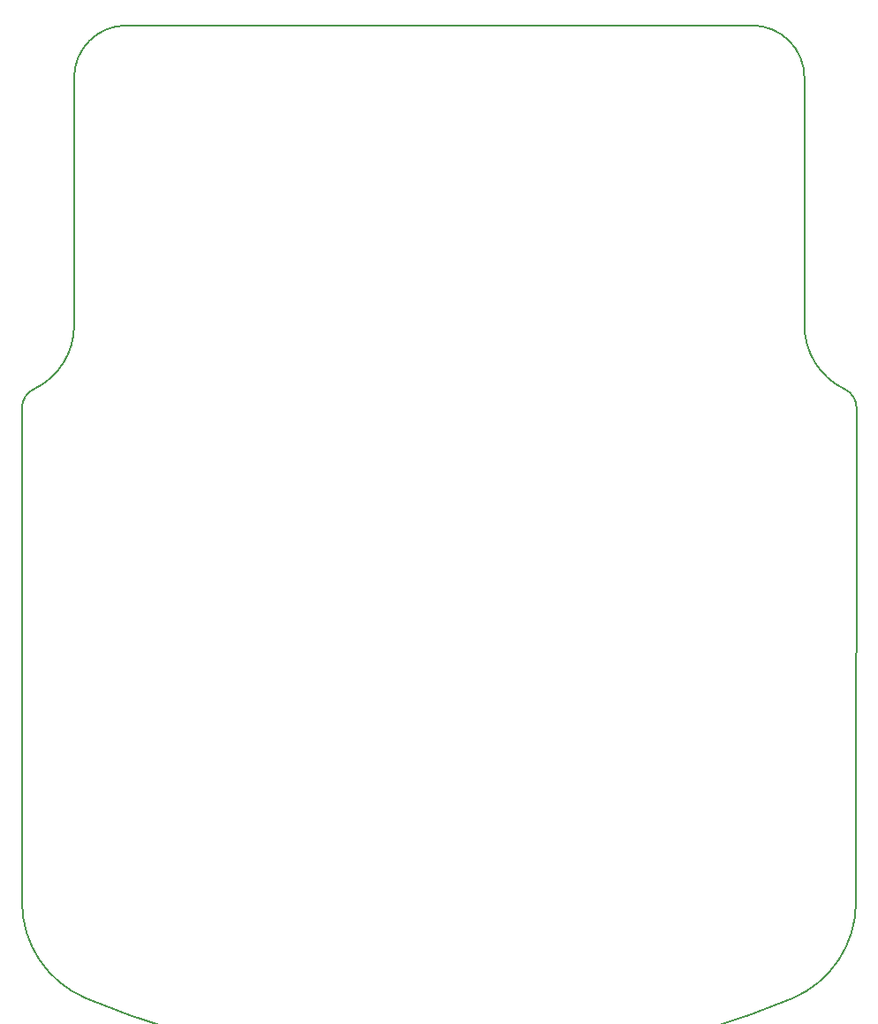
<source format=gbr>
G04 #@! TF.GenerationSoftware,KiCad,Pcbnew,5.1.6*
G04 #@! TF.CreationDate,2020-08-26T23:46:25+02:00*
G04 #@! TF.ProjectId,line_follower,6c696e65-5f66-46f6-9c6c-6f7765722e6b,rev?*
G04 #@! TF.SameCoordinates,Original*
G04 #@! TF.FileFunction,Profile,NP*
%FSLAX46Y46*%
G04 Gerber Fmt 4.6, Leading zero omitted, Abs format (unit mm)*
G04 Created by KiCad (PCBNEW 5.1.6) date 2020-08-26 23:46:25*
%MOMM*%
%LPD*%
G01*
G04 APERTURE LIST*
G04 #@! TA.AperFunction,Profile*
%ADD10C,0.001000*%
G04 #@! TD*
G04 #@! TA.AperFunction,Profile*
%ADD11C,0.200000*%
G04 #@! TD*
G04 APERTURE END LIST*
D10*
X-39999999Y-24654889D02*
X-39999999Y-24655694D01*
D11*
X39946866Y-72018650D02*
X39999998Y-24652227D01*
X-35000000Y7000000D02*
G75*
G02*
X-30000000Y12000000I5000000J0D01*
G01*
X30000000Y12000000D02*
X-30000000Y12000000D01*
X30000000Y12000000D02*
G75*
G02*
X35000000Y7000000I0J-5000000D01*
G01*
X35000000Y7000000D02*
X35003180Y-16748043D01*
X38857868Y-22845556D02*
G75*
G02*
X35003180Y-16748043I2895312J6097513D01*
G01*
X38857868Y-22845556D02*
G75*
G02*
X39999998Y-24652227I-857870J-1806671D01*
G01*
X39946866Y-72018650D02*
G75*
G02*
X33793021Y-81252886I-9999999J-3467D01*
G01*
X33793021Y-81252887D02*
G75*
G02*
X-33842952Y-81232102I-33793021J81252887D01*
G01*
X-33842952Y-81232102D02*
G75*
G02*
X-39999999Y-72000000I3842953J9232102D01*
G01*
X-39999999Y-72000000D02*
X-39999999Y-24655694D01*
X-39999999Y-24654889D02*
G75*
G02*
X-38857142Y-22848678I2000000J-805D01*
G01*
X-35000000Y-16752716D02*
G75*
G02*
X-38857142Y-22848678I-6750000J2717D01*
G01*
X-35000000Y6999999D02*
X-35000000Y-16752716D01*
M02*

</source>
